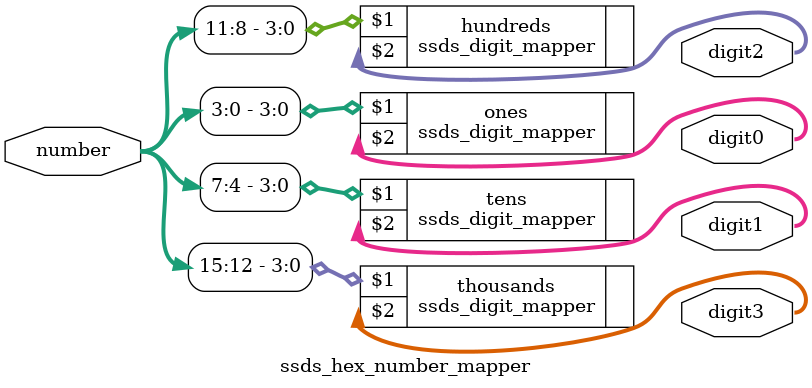
<source format=sv>
module ssds_hex_number_mapper (
	input [15:0] number, 
	output [6:0] digit0, digit1, digit2, digit3
);
	ssds_digit_mapper ones (number[0 +: 4], digit0), 
					  tens (number[4 +: 4], digit1),
					  hundreds (number[8 +: 4], digit2),
					  thousands (number[12 +: 4], digit3);
endmodule
</source>
